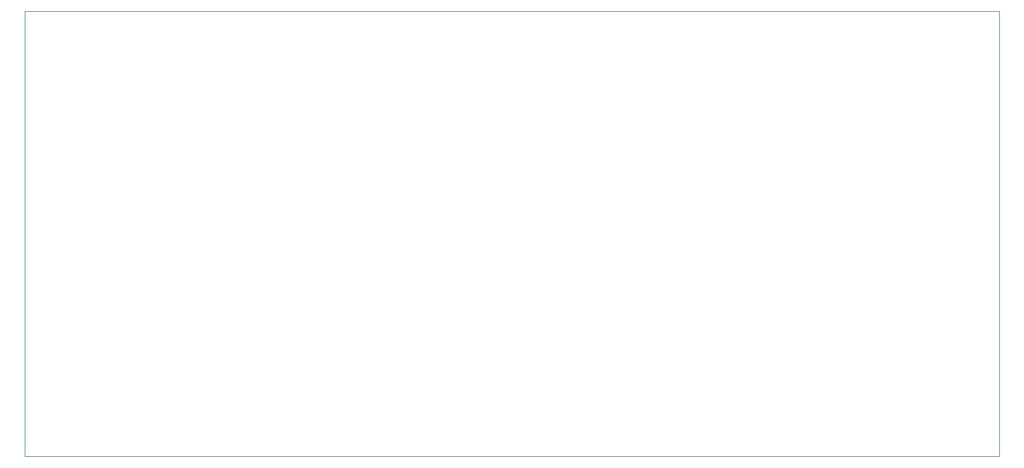
<source format=gbr>
%TF.GenerationSoftware,KiCad,Pcbnew,(6.0.10)*%
%TF.CreationDate,2023-04-08T13:34:01+03:00*%
%TF.ProjectId,DelSol_PSU,44656c53-6f6c-45f5-9053-552e6b696361,rev?*%
%TF.SameCoordinates,Original*%
%TF.FileFunction,Profile,NP*%
%FSLAX46Y46*%
G04 Gerber Fmt 4.6, Leading zero omitted, Abs format (unit mm)*
G04 Created by KiCad (PCBNEW (6.0.10)) date 2023-04-08 13:34:01*
%MOMM*%
%LPD*%
G01*
G04 APERTURE LIST*
%TA.AperFunction,Profile*%
%ADD10C,0.100000*%
%TD*%
G04 APERTURE END LIST*
D10*
X19050000Y-31750000D02*
X152400000Y-31750000D01*
X152400000Y-31750000D02*
X152400000Y-92710000D01*
X152400000Y-92710000D02*
X19050000Y-92710000D01*
X19050000Y-92710000D02*
X19050000Y-31750000D01*
M02*

</source>
